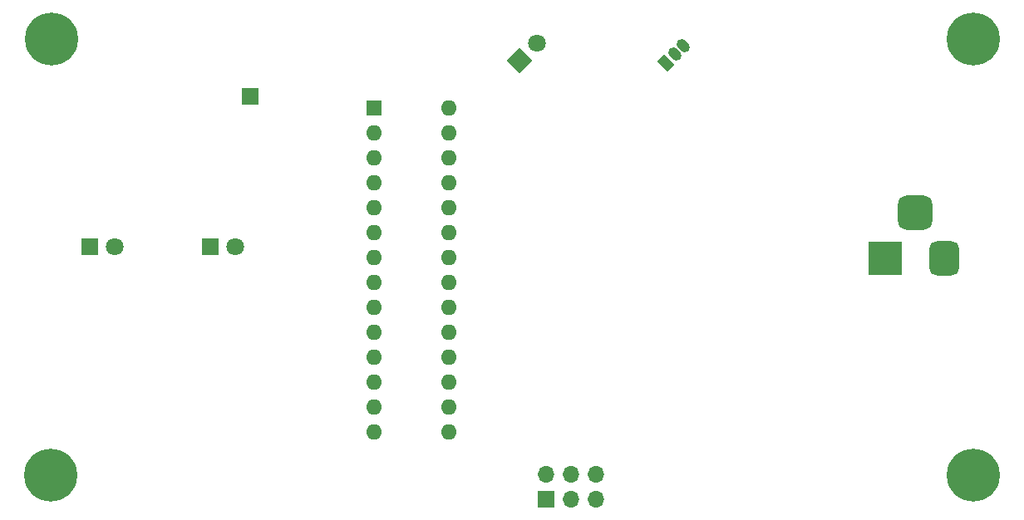
<source format=gbr>
%TF.GenerationSoftware,KiCad,Pcbnew,8.0.8*%
%TF.CreationDate,2025-02-21T18:26:29+02:00*%
%TF.ProjectId,iis22183,69697332-3231-4383-932e-6b696361645f,0*%
%TF.SameCoordinates,Original*%
%TF.FileFunction,Soldermask,Bot*%
%TF.FilePolarity,Negative*%
%FSLAX46Y46*%
G04 Gerber Fmt 4.6, Leading zero omitted, Abs format (unit mm)*
G04 Created by KiCad (PCBNEW 8.0.8) date 2025-02-21 18:26:29*
%MOMM*%
%LPD*%
G01*
G04 APERTURE LIST*
G04 Aperture macros list*
%AMRoundRect*
0 Rectangle with rounded corners*
0 $1 Rounding radius*
0 $2 $3 $4 $5 $6 $7 $8 $9 X,Y pos of 4 corners*
0 Add a 4 corners polygon primitive as box body*
4,1,4,$2,$3,$4,$5,$6,$7,$8,$9,$2,$3,0*
0 Add four circle primitives for the rounded corners*
1,1,$1+$1,$2,$3*
1,1,$1+$1,$4,$5*
1,1,$1+$1,$6,$7*
1,1,$1+$1,$8,$9*
0 Add four rect primitives between the rounded corners*
20,1,$1+$1,$2,$3,$4,$5,0*
20,1,$1+$1,$4,$5,$6,$7,0*
20,1,$1+$1,$6,$7,$8,$9,0*
20,1,$1+$1,$8,$9,$2,$3,0*%
%AMHorizOval*
0 Thick line with rounded ends*
0 $1 width*
0 $2 $3 position (X,Y) of the first rounded end (center of the circle)*
0 $4 $5 position (X,Y) of the second rounded end (center of the circle)*
0 Add line between two ends*
20,1,$1,$2,$3,$4,$5,0*
0 Add two circle primitives to create the rounded ends*
1,1,$1,$2,$3*
1,1,$1,$4,$5*%
%AMRotRect*
0 Rectangle, with rotation*
0 The origin of the aperture is its center*
0 $1 length*
0 $2 width*
0 $3 Rotation angle, in degrees counterclockwise*
0 Add horizontal line*
21,1,$1,$2,0,0,$3*%
G04 Aperture macros list end*
%ADD10C,0.800000*%
%ADD11C,5.400000*%
%ADD12R,1.700000X1.700000*%
%ADD13R,3.500000X3.500000*%
%ADD14RoundRect,0.750000X0.750000X1.000000X-0.750000X1.000000X-0.750000X-1.000000X0.750000X-1.000000X0*%
%ADD15RoundRect,0.875000X0.875000X0.875000X-0.875000X0.875000X-0.875000X-0.875000X0.875000X-0.875000X0*%
%ADD16R,1.800000X1.800000*%
%ADD17C,1.800000*%
%ADD18RotRect,1.050000X1.500000X45.000000*%
%ADD19HorizOval,1.050000X-0.159099X0.159099X0.159099X-0.159099X0*%
%ADD20R,1.600000X1.600000*%
%ADD21O,1.600000X1.600000*%
%ADD22RotRect,1.800000X1.800000X45.000000*%
%ADD23O,1.700000X1.700000*%
G04 APERTURE END LIST*
D10*
%TO.C,H1*%
X102543109Y-78068109D03*
X103136218Y-76636218D03*
X103136218Y-79500000D03*
X104568109Y-76043109D03*
D11*
X104568109Y-78068109D03*
D10*
X104568109Y-80093109D03*
X106000000Y-76636218D03*
X106000000Y-79500000D03*
X106593109Y-78068109D03*
%TD*%
%TO.C,H3*%
X196406891Y-78068109D03*
X197000000Y-76636218D03*
X197000000Y-79500000D03*
X198431891Y-76043109D03*
D11*
X198431891Y-78068109D03*
D10*
X198431891Y-80093109D03*
X199863782Y-76636218D03*
X199863782Y-79500000D03*
X200456891Y-78068109D03*
%TD*%
D12*
%TO.C,J3*%
X124750000Y-83900000D03*
%TD*%
D13*
%TO.C,J2*%
X189500000Y-100457500D03*
D14*
X195500000Y-100457500D03*
D15*
X192500000Y-95757500D03*
%TD*%
D16*
%TO.C,D3*%
X120750000Y-99250000D03*
D17*
X123290000Y-99250000D03*
%TD*%
D10*
%TO.C,H4*%
X196406891Y-122500000D03*
X197000000Y-121068109D03*
X197000000Y-123931891D03*
X198431891Y-120475000D03*
D11*
X198431891Y-122500000D03*
D10*
X198431891Y-124525000D03*
X199863782Y-121068109D03*
X199863782Y-123931891D03*
X200456891Y-122500000D03*
%TD*%
D18*
%TO.C,U2*%
X167101974Y-80547073D03*
D19*
X168000000Y-79649047D03*
X168898025Y-78751022D03*
%TD*%
D20*
%TO.C,U1*%
X137380000Y-85140000D03*
D21*
X137380000Y-87680000D03*
X137380000Y-90220000D03*
X137380000Y-92760000D03*
X137380000Y-95300000D03*
X137380000Y-97840000D03*
X137380000Y-100380000D03*
X137380000Y-102920000D03*
X137380000Y-105460000D03*
X137380000Y-108000000D03*
X137380000Y-110540000D03*
X137380000Y-113080000D03*
X137380000Y-115620000D03*
X137380000Y-118160000D03*
X145000000Y-118160000D03*
X145000000Y-115620000D03*
X145000000Y-113080000D03*
X145000000Y-110540000D03*
X145000000Y-108000000D03*
X145000000Y-105460000D03*
X145000000Y-102920000D03*
X145000000Y-100380000D03*
X145000000Y-97840000D03*
X145000000Y-95300000D03*
X145000000Y-92760000D03*
X145000000Y-90220000D03*
X145000000Y-87680000D03*
X145000000Y-85140000D03*
%TD*%
D22*
%TO.C,D4*%
X152203949Y-80296051D03*
D17*
X154000000Y-78500000D03*
%TD*%
D16*
%TO.C,D2*%
X108460000Y-99250000D03*
D17*
X111000000Y-99250000D03*
%TD*%
D10*
%TO.C,H2*%
X102450000Y-122500000D03*
X103043109Y-121068109D03*
X103043109Y-123931891D03*
X104475000Y-120475000D03*
D11*
X104475000Y-122500000D03*
D10*
X104475000Y-124525000D03*
X105906891Y-121068109D03*
X105906891Y-123931891D03*
X106500000Y-122500000D03*
%TD*%
D12*
%TO.C,J1*%
X154920000Y-125000000D03*
D23*
X154920000Y-122460000D03*
X157460000Y-125000000D03*
X157460000Y-122460000D03*
X160000000Y-125000000D03*
X160000000Y-122460000D03*
%TD*%
M02*

</source>
